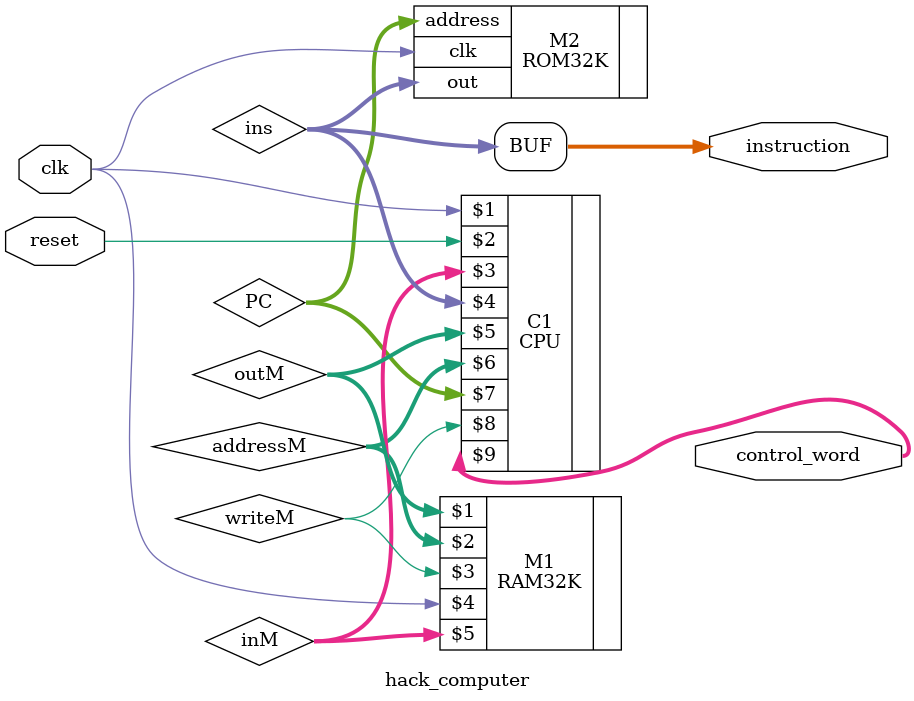
<source format=v>
`timescale 1ns / 1ps

module hack_computer(input clk, reset,output [6:0] control_word,output[15:0] instruction);

wire [15:0] ins,inM,outM;
wire [14:0] PC,addressM;
assign instruction = ins;

CPU C1 (clk, reset,
              inM,ins,
             outM,
             addressM, PC,
             writeM,
           control_word);

RAM32K M1 (outM,
     addressM,
     writeM,clk,
    inM);

ROM32K M2 (
    .address(PC),
    .clk(clk),
    .out(ins)
    );

endmodule
</source>
